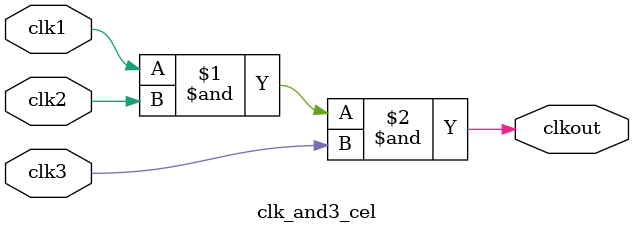
<source format=v>


module clk_and3_cel(
output clkout, // AND output
input  clk1, // clock 1
input  clk2,  // clock 2
input  clk3  // clock 3
);

assign clkout = clk1 & clk2 & clk3;

endmodule // clk_and3_cel

</source>
